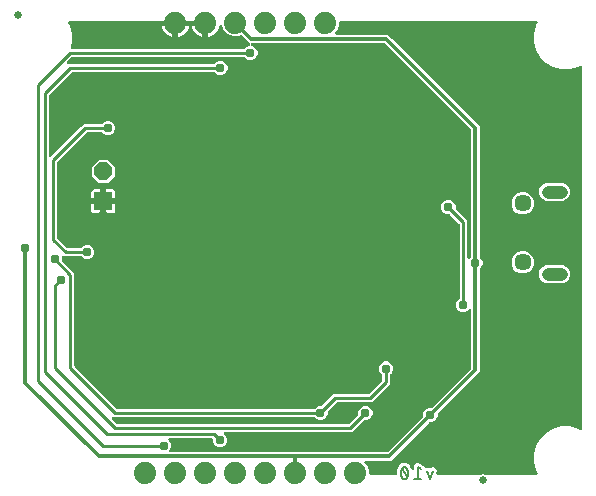
<source format=gbr>
G04 EAGLE Gerber RS-274X export*
G75*
%MOMM*%
%FSLAX34Y34*%
%LPD*%
%INBottom Copper*%
%IPPOS*%
%AMOC8*
5,1,8,0,0,1.08239X$1,22.5*%
G01*
%ADD10C,0.203200*%
%ADD11C,0.635000*%
%ADD12C,1.879600*%
%ADD13C,1.450000*%
%ADD14C,1.108000*%
%ADD15R,1.524000X1.524000*%
%ADD16P,1.649562X8X202.500000*%
%ADD17C,0.304800*%
%ADD18C,0.787400*%
%ADD19C,0.756400*%
%ADD20C,0.254000*%

G36*
X483747Y411239D02*
X483747Y411239D01*
X483846Y411242D01*
X483904Y411259D01*
X483965Y411267D01*
X484057Y411303D01*
X484152Y411331D01*
X484204Y411361D01*
X484260Y411384D01*
X484340Y411442D01*
X484426Y411492D01*
X484501Y411558D01*
X484518Y411570D01*
X484525Y411580D01*
X484547Y411598D01*
X514359Y441410D01*
X514419Y441489D01*
X514487Y441561D01*
X514516Y441614D01*
X514553Y441662D01*
X514593Y441753D01*
X514641Y441839D01*
X514656Y441898D01*
X514680Y441954D01*
X514695Y442052D01*
X514720Y442147D01*
X514726Y442247D01*
X514730Y442268D01*
X514728Y442280D01*
X514730Y442308D01*
X514730Y443909D01*
X515639Y446104D01*
X517318Y447783D01*
X519513Y448692D01*
X521114Y448692D01*
X521212Y448704D01*
X521311Y448707D01*
X521369Y448724D01*
X521430Y448732D01*
X521522Y448768D01*
X521617Y448796D01*
X521669Y448826D01*
X521725Y448849D01*
X521805Y448907D01*
X521891Y448957D01*
X521966Y449023D01*
X521983Y449035D01*
X521990Y449045D01*
X522012Y449063D01*
X554872Y481923D01*
X554932Y482002D01*
X555000Y482074D01*
X555029Y482127D01*
X555066Y482175D01*
X555106Y482266D01*
X555154Y482352D01*
X555169Y482411D01*
X555193Y482467D01*
X555208Y482565D01*
X555233Y482660D01*
X555239Y482760D01*
X555243Y482781D01*
X555241Y482793D01*
X555243Y482821D01*
X555243Y531037D01*
X555226Y531175D01*
X555213Y531313D01*
X555206Y531332D01*
X555203Y531352D01*
X555152Y531481D01*
X555105Y531612D01*
X555094Y531629D01*
X555086Y531648D01*
X555005Y531760D01*
X554927Y531875D01*
X554911Y531889D01*
X554900Y531905D01*
X554792Y531994D01*
X554688Y532086D01*
X554670Y532095D01*
X554655Y532108D01*
X554529Y532167D01*
X554405Y532230D01*
X554385Y532235D01*
X554367Y532243D01*
X554230Y532270D01*
X554095Y532300D01*
X554074Y532299D01*
X554055Y532303D01*
X553916Y532295D01*
X553777Y532290D01*
X553757Y532285D01*
X553737Y532284D01*
X553605Y532241D01*
X553471Y532202D01*
X553454Y532192D01*
X553435Y532185D01*
X553317Y532111D01*
X553197Y532040D01*
X553176Y532022D01*
X553166Y532015D01*
X553152Y532000D01*
X553077Y531934D01*
X552022Y530879D01*
X549827Y529970D01*
X547453Y529970D01*
X545258Y530879D01*
X543579Y532558D01*
X542670Y534753D01*
X542670Y537127D01*
X543579Y539322D01*
X544966Y540708D01*
X545026Y540786D01*
X545094Y540858D01*
X545123Y540911D01*
X545160Y540959D01*
X545200Y541050D01*
X545248Y541137D01*
X545263Y541195D01*
X545287Y541251D01*
X545302Y541349D01*
X545327Y541445D01*
X545333Y541545D01*
X545337Y541565D01*
X545335Y541577D01*
X545337Y541605D01*
X545337Y603896D01*
X545325Y603994D01*
X545322Y604093D01*
X545305Y604152D01*
X545297Y604212D01*
X545261Y604304D01*
X545233Y604399D01*
X545203Y604451D01*
X545180Y604507D01*
X545122Y604587D01*
X545072Y604673D01*
X545006Y604748D01*
X544994Y604765D01*
X544984Y604773D01*
X544966Y604794D01*
X537611Y612149D01*
X537532Y612209D01*
X537460Y612277D01*
X537407Y612306D01*
X537359Y612343D01*
X537268Y612383D01*
X537182Y612431D01*
X537123Y612446D01*
X537068Y612470D01*
X536970Y612485D01*
X536874Y612510D01*
X536774Y612516D01*
X536753Y612520D01*
X536741Y612518D01*
X536713Y612520D01*
X534753Y612520D01*
X532558Y613429D01*
X530879Y615108D01*
X529970Y617303D01*
X529970Y619677D01*
X530879Y621872D01*
X532558Y623551D01*
X534753Y624460D01*
X537127Y624460D01*
X539322Y623551D01*
X541001Y621872D01*
X541910Y619677D01*
X541910Y617717D01*
X541922Y617619D01*
X541925Y617520D01*
X541942Y617461D01*
X541950Y617401D01*
X541986Y617309D01*
X542014Y617214D01*
X542044Y617162D01*
X542067Y617106D01*
X542125Y617026D01*
X542175Y616940D01*
X542241Y616865D01*
X542253Y616848D01*
X542263Y616840D01*
X542281Y616819D01*
X551943Y607158D01*
X551943Y576149D01*
X551960Y576011D01*
X551973Y575873D01*
X551980Y575854D01*
X551983Y575834D01*
X552034Y575704D01*
X552081Y575574D01*
X552092Y575557D01*
X552100Y575538D01*
X552181Y575426D01*
X552259Y575311D01*
X552275Y575297D01*
X552286Y575281D01*
X552394Y575192D01*
X552498Y575100D01*
X552516Y575091D01*
X552531Y575078D01*
X552657Y575019D01*
X552781Y574956D01*
X552801Y574951D01*
X552819Y574943D01*
X552956Y574916D01*
X553091Y574886D01*
X553112Y574887D01*
X553131Y574883D01*
X553270Y574891D01*
X553409Y574896D01*
X553429Y574901D01*
X553449Y574902D01*
X553581Y574945D01*
X553715Y574984D01*
X553732Y574994D01*
X553751Y575001D01*
X553869Y575075D01*
X553989Y575146D01*
X554010Y575164D01*
X554020Y575171D01*
X554034Y575186D01*
X554109Y575252D01*
X554872Y576014D01*
X554932Y576092D01*
X555000Y576164D01*
X555029Y576217D01*
X555066Y576265D01*
X555106Y576356D01*
X555154Y576443D01*
X555169Y576502D01*
X555193Y576557D01*
X555208Y576655D01*
X555233Y576751D01*
X555239Y576851D01*
X555243Y576871D01*
X555241Y576883D01*
X555243Y576911D01*
X555243Y683801D01*
X555231Y683899D01*
X555228Y683998D01*
X555211Y684056D01*
X555203Y684117D01*
X555167Y684209D01*
X555139Y684304D01*
X555109Y684356D01*
X555086Y684412D01*
X555028Y684492D01*
X554978Y684578D01*
X554912Y684653D01*
X554900Y684670D01*
X554890Y684677D01*
X554872Y684699D01*
X482261Y757310D01*
X482182Y757370D01*
X482110Y757438D01*
X482057Y757467D01*
X482009Y757504D01*
X481918Y757544D01*
X481832Y757592D01*
X481773Y757607D01*
X481717Y757631D01*
X481619Y757646D01*
X481524Y757671D01*
X481424Y757677D01*
X481403Y757681D01*
X481391Y757679D01*
X481363Y757681D01*
X370046Y757681D01*
X369977Y757673D01*
X369907Y757674D01*
X369820Y757653D01*
X369731Y757641D01*
X369666Y757616D01*
X369598Y757599D01*
X369519Y757557D01*
X369435Y757524D01*
X369379Y757483D01*
X369317Y757451D01*
X369251Y757390D01*
X369178Y757338D01*
X369133Y757284D01*
X369082Y757237D01*
X369032Y757162D01*
X368975Y757093D01*
X368945Y757029D01*
X368907Y756971D01*
X368878Y756886D01*
X368839Y756805D01*
X368826Y756736D01*
X368804Y756670D01*
X368797Y756581D01*
X368780Y756493D01*
X368784Y756423D01*
X368778Y756353D01*
X368794Y756265D01*
X368799Y756175D01*
X368821Y756109D01*
X368833Y756040D01*
X368870Y755958D01*
X368897Y755873D01*
X368935Y755814D01*
X368963Y755750D01*
X369020Y755680D01*
X369068Y755604D01*
X369118Y755556D01*
X369162Y755502D01*
X369234Y755447D01*
X369299Y755386D01*
X369360Y755352D01*
X369416Y755310D01*
X369561Y755239D01*
X371682Y754361D01*
X373361Y752682D01*
X374270Y750487D01*
X374270Y748113D01*
X373361Y745918D01*
X371682Y744239D01*
X369487Y743330D01*
X367113Y743330D01*
X364918Y744239D01*
X363532Y745626D01*
X363454Y745686D01*
X363382Y745754D01*
X363329Y745783D01*
X363281Y745820D01*
X363190Y745860D01*
X363103Y745908D01*
X363045Y745923D01*
X362989Y745947D01*
X362891Y745962D01*
X362795Y745987D01*
X362695Y745993D01*
X362675Y745997D01*
X362663Y745995D01*
X362635Y745997D01*
X217794Y745997D01*
X217696Y745985D01*
X217597Y745982D01*
X217538Y745965D01*
X217478Y745957D01*
X217386Y745921D01*
X217291Y745893D01*
X217239Y745863D01*
X217183Y745840D01*
X217103Y745782D01*
X217017Y745732D01*
X216942Y745666D01*
X216925Y745654D01*
X216917Y745644D01*
X216896Y745626D01*
X213340Y742069D01*
X213255Y741960D01*
X213166Y741853D01*
X213158Y741834D01*
X213145Y741818D01*
X213090Y741690D01*
X213031Y741565D01*
X213027Y741545D01*
X213019Y741526D01*
X212997Y741388D01*
X212971Y741252D01*
X212972Y741232D01*
X212969Y741212D01*
X212982Y741073D01*
X212991Y740935D01*
X212997Y740916D01*
X212999Y740896D01*
X213046Y740764D01*
X213089Y740633D01*
X213100Y740615D01*
X213107Y740596D01*
X213185Y740481D01*
X213259Y740364D01*
X213274Y740350D01*
X213285Y740333D01*
X213389Y740241D01*
X213491Y740146D01*
X213508Y740136D01*
X213524Y740123D01*
X213648Y740059D01*
X213769Y739992D01*
X213789Y739987D01*
X213807Y739978D01*
X213943Y739948D01*
X214077Y739913D01*
X214105Y739911D01*
X214117Y739908D01*
X214138Y739909D01*
X214238Y739903D01*
X337235Y739903D01*
X337333Y739915D01*
X337432Y739918D01*
X337490Y739935D01*
X337550Y739943D01*
X337642Y739979D01*
X337737Y740007D01*
X337789Y740037D01*
X337846Y740060D01*
X337926Y740118D01*
X338011Y740168D01*
X338087Y740234D01*
X338103Y740246D01*
X338111Y740256D01*
X338132Y740274D01*
X339518Y741661D01*
X341713Y742570D01*
X344087Y742570D01*
X346282Y741661D01*
X347961Y739982D01*
X348870Y737787D01*
X348870Y735413D01*
X347961Y733218D01*
X346282Y731539D01*
X344087Y730630D01*
X341713Y730630D01*
X339518Y731539D01*
X338132Y732926D01*
X338054Y732986D01*
X337982Y733054D01*
X337929Y733083D01*
X337881Y733120D01*
X337790Y733160D01*
X337703Y733208D01*
X337645Y733223D01*
X337589Y733247D01*
X337491Y733262D01*
X337395Y733287D01*
X337295Y733293D01*
X337275Y733297D01*
X337263Y733295D01*
X337235Y733297D01*
X217794Y733297D01*
X217696Y733285D01*
X217597Y733282D01*
X217538Y733265D01*
X217478Y733257D01*
X217386Y733221D01*
X217291Y733193D01*
X217239Y733163D01*
X217183Y733140D01*
X217103Y733082D01*
X217017Y733032D01*
X216942Y732966D01*
X216925Y732954D01*
X216917Y732944D01*
X216896Y732926D01*
X197984Y714014D01*
X197924Y713935D01*
X197856Y713863D01*
X197827Y713810D01*
X197790Y713762D01*
X197750Y713671D01*
X197702Y713585D01*
X197687Y713526D01*
X197663Y713471D01*
X197648Y713373D01*
X197623Y713277D01*
X197617Y713177D01*
X197613Y713156D01*
X197615Y713144D01*
X197613Y713116D01*
X197613Y662548D01*
X197630Y662410D01*
X197643Y662271D01*
X197650Y662252D01*
X197653Y662232D01*
X197704Y662103D01*
X197751Y661972D01*
X197762Y661955D01*
X197770Y661937D01*
X197851Y661824D01*
X197929Y661709D01*
X197945Y661696D01*
X197956Y661679D01*
X198064Y661591D01*
X198168Y661498D01*
X198186Y661489D01*
X198201Y661476D01*
X198327Y661417D01*
X198451Y661354D01*
X198471Y661349D01*
X198489Y661341D01*
X198625Y661315D01*
X198761Y661284D01*
X198782Y661285D01*
X198801Y661281D01*
X198940Y661290D01*
X199079Y661294D01*
X199099Y661300D01*
X199119Y661301D01*
X199251Y661344D01*
X199385Y661382D01*
X199402Y661393D01*
X199421Y661399D01*
X199539Y661473D01*
X199659Y661544D01*
X199680Y661562D01*
X199690Y661569D01*
X199704Y661584D01*
X199779Y661650D01*
X224926Y686796D01*
X227232Y689103D01*
X241985Y689103D01*
X242083Y689115D01*
X242182Y689118D01*
X242240Y689135D01*
X242300Y689143D01*
X242392Y689179D01*
X242487Y689207D01*
X242540Y689237D01*
X242596Y689260D01*
X242676Y689318D01*
X242761Y689368D01*
X242837Y689434D01*
X242853Y689446D01*
X242861Y689456D01*
X242882Y689474D01*
X244268Y690861D01*
X246463Y691770D01*
X248837Y691770D01*
X251032Y690861D01*
X252711Y689182D01*
X253620Y686987D01*
X253620Y684613D01*
X252711Y682418D01*
X251032Y680739D01*
X248837Y679830D01*
X246463Y679830D01*
X244268Y680739D01*
X242882Y682126D01*
X242804Y682186D01*
X242732Y682254D01*
X242679Y682283D01*
X242631Y682320D01*
X242540Y682360D01*
X242453Y682408D01*
X242395Y682423D01*
X242339Y682447D01*
X242241Y682462D01*
X242145Y682487D01*
X242045Y682493D01*
X242025Y682497D01*
X242013Y682495D01*
X241985Y682497D01*
X230494Y682497D01*
X230396Y682485D01*
X230297Y682482D01*
X230238Y682465D01*
X230178Y682457D01*
X230086Y682421D01*
X229991Y682393D01*
X229939Y682363D01*
X229883Y682340D01*
X229803Y682282D01*
X229717Y682232D01*
X229642Y682166D01*
X229625Y682154D01*
X229617Y682144D01*
X229596Y682126D01*
X204842Y657372D01*
X204782Y657293D01*
X204714Y657221D01*
X204685Y657168D01*
X204648Y657120D01*
X204608Y657029D01*
X204560Y656943D01*
X204545Y656884D01*
X204521Y656829D01*
X204506Y656731D01*
X204481Y656635D01*
X204475Y656535D01*
X204471Y656514D01*
X204473Y656502D01*
X204471Y656474D01*
X204471Y593206D01*
X204483Y593108D01*
X204486Y593009D01*
X204503Y592950D01*
X204511Y592890D01*
X204547Y592798D01*
X204575Y592703D01*
X204605Y592651D01*
X204628Y592595D01*
X204686Y592515D01*
X204736Y592429D01*
X204802Y592354D01*
X204814Y592337D01*
X204824Y592329D01*
X204842Y592308D01*
X212832Y584318D01*
X212911Y584258D01*
X212983Y584190D01*
X213036Y584161D01*
X213084Y584124D01*
X213175Y584084D01*
X213261Y584036D01*
X213320Y584021D01*
X213375Y583997D01*
X213473Y583982D01*
X213569Y583957D01*
X213669Y583951D01*
X213690Y583947D01*
X213702Y583949D01*
X213730Y583947D01*
X224459Y583947D01*
X224557Y583959D01*
X224656Y583962D01*
X224714Y583979D01*
X224774Y583987D01*
X224866Y584023D01*
X224961Y584051D01*
X225013Y584081D01*
X225070Y584104D01*
X225150Y584162D01*
X225235Y584212D01*
X225311Y584278D01*
X225327Y584290D01*
X225335Y584300D01*
X225356Y584318D01*
X226742Y585705D01*
X228937Y586614D01*
X231311Y586614D01*
X233506Y585705D01*
X235185Y584026D01*
X236094Y581831D01*
X236094Y579457D01*
X235185Y577262D01*
X233506Y575583D01*
X231311Y574674D01*
X228937Y574674D01*
X226742Y575583D01*
X225356Y576970D01*
X225278Y577030D01*
X225206Y577098D01*
X225153Y577127D01*
X225105Y577164D01*
X225014Y577204D01*
X224927Y577252D01*
X224869Y577267D01*
X224813Y577291D01*
X224715Y577306D01*
X224619Y577331D01*
X224519Y577337D01*
X224499Y577341D01*
X224487Y577339D01*
X224459Y577341D01*
X210439Y577341D01*
X210358Y577409D01*
X210339Y577417D01*
X210323Y577430D01*
X210196Y577485D01*
X210070Y577544D01*
X210050Y577548D01*
X210031Y577556D01*
X209894Y577578D01*
X209757Y577604D01*
X209737Y577603D01*
X209717Y577606D01*
X209579Y577593D01*
X209440Y577584D01*
X209421Y577578D01*
X209401Y577576D01*
X209270Y577529D01*
X209138Y577486D01*
X209120Y577475D01*
X209101Y577469D01*
X208986Y577390D01*
X208869Y577316D01*
X208855Y577301D01*
X208838Y577290D01*
X208746Y577186D01*
X208651Y577084D01*
X208641Y577067D01*
X208628Y577052D01*
X208565Y576928D01*
X208497Y576806D01*
X208492Y576786D01*
X208483Y576768D01*
X208453Y576633D01*
X208418Y576498D01*
X208416Y576470D01*
X208413Y576458D01*
X208414Y576437D01*
X208408Y576337D01*
X208408Y574283D01*
X208420Y574185D01*
X208423Y574086D01*
X208440Y574027D01*
X208448Y573967D01*
X208484Y573875D01*
X208512Y573780D01*
X208542Y573728D01*
X208565Y573672D01*
X208623Y573592D01*
X208673Y573506D01*
X208739Y573431D01*
X208751Y573414D01*
X208761Y573406D01*
X208779Y573385D01*
X219203Y562962D01*
X219203Y484494D01*
X219215Y484396D01*
X219218Y484297D01*
X219235Y484238D01*
X219243Y484178D01*
X219279Y484086D01*
X219307Y483991D01*
X219337Y483939D01*
X219360Y483883D01*
X219418Y483803D01*
X219468Y483717D01*
X219534Y483642D01*
X219546Y483625D01*
X219556Y483617D01*
X219574Y483596D01*
X254996Y448174D01*
X255075Y448114D01*
X255147Y448046D01*
X255200Y448017D01*
X255248Y447980D01*
X255339Y447940D01*
X255425Y447892D01*
X255484Y447877D01*
X255539Y447853D01*
X255637Y447838D01*
X255733Y447813D01*
X255833Y447807D01*
X255854Y447803D01*
X255866Y447805D01*
X255894Y447803D01*
X421935Y447803D01*
X422033Y447815D01*
X422132Y447818D01*
X422190Y447835D01*
X422250Y447843D01*
X422342Y447879D01*
X422437Y447907D01*
X422489Y447937D01*
X422546Y447960D01*
X422626Y448018D01*
X422711Y448068D01*
X422787Y448134D01*
X422803Y448146D01*
X422811Y448156D01*
X422832Y448174D01*
X424218Y449561D01*
X426413Y450470D01*
X428373Y450470D01*
X428471Y450482D01*
X428570Y450485D01*
X428629Y450502D01*
X428689Y450510D01*
X428781Y450546D01*
X428876Y450574D01*
X428928Y450604D01*
X428984Y450627D01*
X429064Y450685D01*
X429150Y450735D01*
X429225Y450801D01*
X429242Y450813D01*
X429250Y450823D01*
X429271Y450841D01*
X438932Y460503D01*
X468006Y460503D01*
X468104Y460515D01*
X468203Y460518D01*
X468262Y460535D01*
X468322Y460543D01*
X468414Y460579D01*
X468509Y460607D01*
X468561Y460637D01*
X468617Y460660D01*
X468697Y460718D01*
X468783Y460768D01*
X468858Y460834D01*
X468875Y460846D01*
X468883Y460856D01*
X468904Y460874D01*
X479688Y471658D01*
X479748Y471737D01*
X479816Y471809D01*
X479845Y471862D01*
X479882Y471910D01*
X479922Y472001D01*
X479970Y472087D01*
X479985Y472146D01*
X480009Y472201D01*
X480024Y472299D01*
X480049Y472395D01*
X480055Y472495D01*
X480059Y472516D01*
X480057Y472528D01*
X480059Y472556D01*
X480059Y476427D01*
X480047Y476525D01*
X480044Y476624D01*
X480027Y476682D01*
X480019Y476742D01*
X479983Y476834D01*
X479955Y476929D01*
X479925Y476981D01*
X479902Y477038D01*
X479844Y477118D01*
X479794Y477203D01*
X479728Y477279D01*
X479716Y477295D01*
X479706Y477303D01*
X479688Y477324D01*
X478301Y478710D01*
X477392Y480905D01*
X477392Y483279D01*
X478301Y485474D01*
X479980Y487153D01*
X482175Y488062D01*
X484549Y488062D01*
X486744Y487153D01*
X488423Y485474D01*
X489332Y483279D01*
X489332Y480905D01*
X488423Y478710D01*
X487036Y477324D01*
X486976Y477246D01*
X486908Y477174D01*
X486879Y477121D01*
X486842Y477073D01*
X486802Y476982D01*
X486754Y476895D01*
X486739Y476837D01*
X486715Y476781D01*
X486700Y476683D01*
X486675Y476587D01*
X486669Y476487D01*
X486665Y476467D01*
X486667Y476455D01*
X486665Y476427D01*
X486665Y469294D01*
X471268Y453897D01*
X442194Y453897D01*
X442096Y453885D01*
X441997Y453882D01*
X441938Y453865D01*
X441878Y453857D01*
X441786Y453821D01*
X441691Y453793D01*
X441639Y453763D01*
X441583Y453740D01*
X441503Y453682D01*
X441417Y453632D01*
X441342Y453566D01*
X441325Y453554D01*
X441317Y453544D01*
X441296Y453526D01*
X433941Y446171D01*
X433881Y446092D01*
X433813Y446020D01*
X433784Y445967D01*
X433747Y445919D01*
X433707Y445828D01*
X433659Y445742D01*
X433644Y445683D01*
X433620Y445628D01*
X433605Y445530D01*
X433580Y445434D01*
X433574Y445334D01*
X433570Y445313D01*
X433572Y445301D01*
X433570Y445273D01*
X433570Y443313D01*
X432661Y441118D01*
X430982Y439439D01*
X428787Y438530D01*
X426413Y438530D01*
X424218Y439439D01*
X422832Y440826D01*
X422754Y440886D01*
X422682Y440954D01*
X422629Y440983D01*
X422581Y441020D01*
X422490Y441060D01*
X422403Y441108D01*
X422345Y441123D01*
X422289Y441147D01*
X422191Y441162D01*
X422095Y441187D01*
X421995Y441193D01*
X421975Y441197D01*
X421963Y441195D01*
X421935Y441197D01*
X252338Y441197D01*
X252200Y441180D01*
X252061Y441167D01*
X252042Y441160D01*
X252022Y441157D01*
X251893Y441106D01*
X251762Y441059D01*
X251745Y441048D01*
X251727Y441040D01*
X251614Y440959D01*
X251499Y440881D01*
X251486Y440865D01*
X251469Y440854D01*
X251380Y440746D01*
X251288Y440642D01*
X251279Y440624D01*
X251266Y440609D01*
X251207Y440483D01*
X251144Y440359D01*
X251139Y440339D01*
X251131Y440321D01*
X251105Y440185D01*
X251074Y440049D01*
X251075Y440028D01*
X251071Y440009D01*
X251080Y439870D01*
X251084Y439731D01*
X251090Y439711D01*
X251091Y439691D01*
X251134Y439559D01*
X251172Y439425D01*
X251183Y439408D01*
X251189Y439389D01*
X251263Y439271D01*
X251334Y439151D01*
X251352Y439130D01*
X251359Y439120D01*
X251374Y439106D01*
X251440Y439031D01*
X254996Y435474D01*
X255075Y435414D01*
X255147Y435346D01*
X255200Y435317D01*
X255248Y435280D01*
X255339Y435240D01*
X255425Y435192D01*
X255484Y435177D01*
X255539Y435153D01*
X255637Y435138D01*
X255733Y435113D01*
X255833Y435107D01*
X255854Y435103D01*
X255866Y435105D01*
X255894Y435103D01*
X451106Y435103D01*
X451204Y435115D01*
X451303Y435118D01*
X451362Y435135D01*
X451422Y435143D01*
X451514Y435179D01*
X451609Y435207D01*
X451661Y435237D01*
X451717Y435260D01*
X451797Y435318D01*
X451883Y435368D01*
X451958Y435434D01*
X451975Y435446D01*
X451983Y435456D01*
X452004Y435474D01*
X459359Y442829D01*
X459419Y442908D01*
X459487Y442980D01*
X459516Y443033D01*
X459553Y443081D01*
X459593Y443172D01*
X459641Y443258D01*
X459656Y443317D01*
X459680Y443372D01*
X459695Y443470D01*
X459720Y443566D01*
X459726Y443666D01*
X459730Y443687D01*
X459728Y443699D01*
X459730Y443727D01*
X459730Y445687D01*
X460639Y447882D01*
X462318Y449561D01*
X464513Y450470D01*
X466887Y450470D01*
X469082Y449561D01*
X470761Y447882D01*
X471670Y445687D01*
X471670Y443313D01*
X470761Y441118D01*
X469082Y439439D01*
X466887Y438530D01*
X464927Y438530D01*
X464829Y438518D01*
X464730Y438515D01*
X464671Y438498D01*
X464611Y438490D01*
X464519Y438454D01*
X464424Y438426D01*
X464372Y438396D01*
X464316Y438373D01*
X464236Y438315D01*
X464150Y438265D01*
X464075Y438199D01*
X464058Y438187D01*
X464050Y438177D01*
X464029Y438159D01*
X454368Y428497D01*
X347041Y428497D01*
X346904Y428480D01*
X346765Y428467D01*
X346746Y428460D01*
X346726Y428457D01*
X346597Y428406D01*
X346466Y428359D01*
X346449Y428348D01*
X346430Y428340D01*
X346318Y428259D01*
X346203Y428181D01*
X346189Y428165D01*
X346173Y428154D01*
X346084Y428046D01*
X345992Y427942D01*
X345983Y427924D01*
X345970Y427909D01*
X345911Y427783D01*
X345848Y427659D01*
X345843Y427639D01*
X345835Y427621D01*
X345808Y427484D01*
X345778Y427349D01*
X345779Y427328D01*
X345775Y427309D01*
X345783Y427170D01*
X345788Y427031D01*
X345793Y427011D01*
X345794Y426991D01*
X345837Y426859D01*
X345876Y426725D01*
X345886Y426708D01*
X345893Y426689D01*
X345967Y426571D01*
X346038Y426451D01*
X346056Y426430D01*
X346063Y426420D01*
X346078Y426406D01*
X346144Y426331D01*
X347707Y424768D01*
X348616Y422573D01*
X348616Y420199D01*
X347707Y418004D01*
X346028Y416325D01*
X343833Y415416D01*
X341459Y415416D01*
X339264Y416325D01*
X337585Y418004D01*
X336676Y420199D01*
X336676Y421894D01*
X336661Y422012D01*
X336654Y422131D01*
X336641Y422169D01*
X336636Y422210D01*
X336593Y422320D01*
X336556Y422433D01*
X336534Y422468D01*
X336519Y422505D01*
X336450Y422601D01*
X336386Y422702D01*
X336356Y422730D01*
X336333Y422763D01*
X336241Y422839D01*
X336154Y422920D01*
X336119Y422940D01*
X336088Y422965D01*
X335980Y423016D01*
X335876Y423074D01*
X335836Y423084D01*
X335800Y423101D01*
X335683Y423123D01*
X335568Y423153D01*
X335508Y423157D01*
X335488Y423161D01*
X335467Y423159D01*
X335407Y423163D01*
X300051Y423163D01*
X299913Y423146D01*
X299775Y423133D01*
X299756Y423126D01*
X299736Y423123D01*
X299607Y423072D01*
X299476Y423025D01*
X299459Y423014D01*
X299440Y423006D01*
X299328Y422925D01*
X299213Y422847D01*
X299199Y422831D01*
X299183Y422820D01*
X299094Y422712D01*
X299002Y422608D01*
X298993Y422590D01*
X298980Y422575D01*
X298921Y422449D01*
X298858Y422325D01*
X298853Y422305D01*
X298845Y422287D01*
X298818Y422150D01*
X298788Y422015D01*
X298789Y421994D01*
X298785Y421975D01*
X298793Y421836D01*
X298798Y421697D01*
X298803Y421677D01*
X298804Y421657D01*
X298847Y421525D01*
X298886Y421391D01*
X298896Y421374D01*
X298903Y421355D01*
X298977Y421237D01*
X299048Y421117D01*
X299066Y421096D01*
X299073Y421086D01*
X299088Y421072D01*
X299154Y420997D01*
X299955Y420196D01*
X300864Y418001D01*
X300864Y415627D01*
X299955Y413433D01*
X299916Y413394D01*
X299831Y413284D01*
X299742Y413177D01*
X299733Y413158D01*
X299721Y413142D01*
X299666Y413015D01*
X299607Y412889D01*
X299603Y412869D01*
X299595Y412850D01*
X299573Y412713D01*
X299547Y412576D01*
X299548Y412556D01*
X299545Y412536D01*
X299558Y412398D01*
X299566Y412259D01*
X299573Y412240D01*
X299575Y412220D01*
X299622Y412089D01*
X299665Y411957D01*
X299675Y411939D01*
X299682Y411920D01*
X299760Y411806D01*
X299835Y411688D01*
X299849Y411674D01*
X299861Y411657D01*
X299965Y411566D01*
X300066Y411470D01*
X300084Y411460D01*
X300099Y411447D01*
X300223Y411384D01*
X300345Y411316D01*
X300364Y411311D01*
X300382Y411302D01*
X300518Y411272D01*
X300653Y411237D01*
X300681Y411235D01*
X300693Y411232D01*
X300713Y411233D01*
X300813Y411227D01*
X483649Y411227D01*
X483747Y411239D01*
G37*
G36*
X491545Y392192D02*
X491545Y392192D01*
X491663Y392199D01*
X491702Y392212D01*
X491742Y392217D01*
X491853Y392260D01*
X491966Y392297D01*
X492000Y392319D01*
X492038Y392334D01*
X492134Y392403D01*
X492235Y392467D01*
X492262Y392497D01*
X492295Y392520D01*
X492371Y392612D01*
X492453Y392699D01*
X492472Y392734D01*
X492498Y392765D01*
X492549Y392873D01*
X492606Y392977D01*
X492616Y393017D01*
X492633Y393053D01*
X492656Y393170D01*
X492686Y393285D01*
X492689Y393345D01*
X492693Y393365D01*
X492692Y393386D01*
X492696Y393446D01*
X492696Y396432D01*
X493310Y397691D01*
X493354Y397821D01*
X493402Y397949D01*
X493408Y397980D01*
X493412Y397992D01*
X493414Y398013D01*
X493430Y398107D01*
X493447Y398257D01*
X493524Y398336D01*
X493612Y398416D01*
X493634Y398450D01*
X493662Y398479D01*
X493721Y398582D01*
X493787Y398681D01*
X493810Y398737D01*
X493820Y398755D01*
X493826Y398774D01*
X493849Y398830D01*
X494294Y400130D01*
X497028Y402083D01*
X500388Y402083D01*
X503121Y400130D01*
X503580Y398793D01*
X503582Y398789D01*
X503639Y398649D01*
X504679Y396516D01*
X504696Y396490D01*
X504707Y396461D01*
X504783Y396358D01*
X504853Y396250D01*
X504876Y396229D01*
X504894Y396204D01*
X504993Y396122D01*
X505088Y396036D01*
X505115Y396021D01*
X505139Y396001D01*
X505255Y395946D01*
X505369Y395886D01*
X505399Y395879D01*
X505427Y395866D01*
X505553Y395841D01*
X505678Y395811D01*
X505709Y395812D01*
X505739Y395806D01*
X505867Y395814D01*
X505996Y395815D01*
X506026Y395824D01*
X506057Y395826D01*
X506179Y395865D01*
X506303Y395899D01*
X506330Y395914D01*
X506359Y395924D01*
X506468Y395992D01*
X506579Y396055D01*
X506602Y396077D01*
X506628Y396094D01*
X506716Y396187D01*
X506808Y396276D01*
X506825Y396303D01*
X506846Y396325D01*
X506908Y396438D01*
X506975Y396547D01*
X506984Y396577D01*
X506999Y396604D01*
X507031Y396728D01*
X507070Y396850D01*
X507071Y396882D01*
X507079Y396912D01*
X507089Y397072D01*
X507089Y398795D01*
X507087Y398809D01*
X507081Y398935D01*
X506963Y400004D01*
X506977Y400027D01*
X506985Y400055D01*
X506999Y400080D01*
X507032Y400206D01*
X507047Y400255D01*
X507813Y401021D01*
X507822Y401032D01*
X507907Y401125D01*
X508578Y401965D01*
X508605Y401971D01*
X508631Y401985D01*
X508658Y401993D01*
X508771Y402059D01*
X508815Y402083D01*
X509899Y402083D01*
X509913Y402085D01*
X510039Y402090D01*
X511107Y402209D01*
X511131Y402195D01*
X511159Y402186D01*
X511184Y402172D01*
X511310Y402140D01*
X511358Y402125D01*
X512125Y401359D01*
X512136Y401350D01*
X512229Y401265D01*
X515674Y398509D01*
X515737Y398471D01*
X515794Y398424D01*
X515872Y398388D01*
X515945Y398343D01*
X516016Y398322D01*
X516083Y398291D01*
X516167Y398275D01*
X516249Y398250D01*
X516323Y398247D01*
X516395Y398233D01*
X516481Y398239D01*
X516567Y398235D01*
X516639Y398250D01*
X516713Y398255D01*
X516868Y398296D01*
X518288Y398770D01*
X519857Y397985D01*
X519885Y397975D01*
X519911Y397960D01*
X520035Y397922D01*
X520157Y397880D01*
X520187Y397877D01*
X520215Y397868D01*
X520345Y397863D01*
X520474Y397852D01*
X520503Y397857D01*
X520533Y397856D01*
X520660Y397883D01*
X520788Y397904D01*
X520815Y397916D01*
X520844Y397922D01*
X520992Y397985D01*
X522562Y398770D01*
X524958Y397971D01*
X526087Y395712D01*
X525466Y393847D01*
X525465Y393843D01*
X525463Y393839D01*
X525434Y393689D01*
X525404Y393535D01*
X525404Y393531D01*
X525403Y393526D01*
X525412Y393374D01*
X525421Y393218D01*
X525422Y393214D01*
X525423Y393209D01*
X525470Y393063D01*
X525517Y392915D01*
X525519Y392911D01*
X525521Y392907D01*
X525603Y392776D01*
X525685Y392645D01*
X525689Y392642D01*
X525691Y392638D01*
X525803Y392532D01*
X525915Y392425D01*
X525919Y392423D01*
X525923Y392420D01*
X526057Y392346D01*
X526193Y392270D01*
X526197Y392269D01*
X526201Y392266D01*
X526349Y392228D01*
X526500Y392188D01*
X526505Y392188D01*
X526509Y392187D01*
X526670Y392177D01*
X562942Y392177D01*
X562951Y392178D01*
X562960Y392177D01*
X563109Y392198D01*
X563257Y392217D01*
X563266Y392220D01*
X563275Y392221D01*
X563428Y392273D01*
X564114Y392558D01*
X566186Y392558D01*
X566872Y392273D01*
X566881Y392271D01*
X566890Y392266D01*
X567035Y392229D01*
X567179Y392189D01*
X567188Y392189D01*
X567197Y392187D01*
X567358Y392177D01*
X610217Y392177D01*
X610348Y392193D01*
X610480Y392204D01*
X610505Y392213D01*
X610532Y392217D01*
X610655Y392265D01*
X610780Y392309D01*
X610803Y392324D01*
X610828Y392334D01*
X610935Y392411D01*
X611045Y392485D01*
X611063Y392505D01*
X611085Y392520D01*
X611170Y392623D01*
X611258Y392721D01*
X611271Y392745D01*
X611288Y392765D01*
X611345Y392885D01*
X611406Y393002D01*
X611412Y393029D01*
X611424Y393053D01*
X611448Y393183D01*
X611479Y393312D01*
X611478Y393339D01*
X611483Y393365D01*
X611475Y393497D01*
X611473Y393630D01*
X611465Y393656D01*
X611464Y393683D01*
X611423Y393809D01*
X611387Y393936D01*
X611370Y393971D01*
X611366Y393985D01*
X611354Y394004D01*
X611316Y394081D01*
X610147Y396105D01*
X608329Y402889D01*
X608329Y409911D01*
X610147Y416695D01*
X613658Y422776D01*
X618624Y427742D01*
X624705Y431253D01*
X631489Y433071D01*
X638511Y433071D01*
X645295Y431253D01*
X647319Y430084D01*
X647442Y430033D01*
X647561Y429976D01*
X647588Y429971D01*
X647613Y429961D01*
X647744Y429941D01*
X647874Y429917D01*
X647900Y429918D01*
X647927Y429914D01*
X648059Y429928D01*
X648191Y429936D01*
X648217Y429945D01*
X648243Y429947D01*
X648368Y429994D01*
X648493Y430034D01*
X648516Y430049D01*
X648542Y430058D01*
X648650Y430134D01*
X648762Y430205D01*
X648781Y430224D01*
X648803Y430240D01*
X648889Y430339D01*
X648980Y430436D01*
X648993Y430460D01*
X649011Y430480D01*
X649070Y430599D01*
X649134Y430715D01*
X649140Y430741D01*
X649152Y430765D01*
X649180Y430895D01*
X649213Y431023D01*
X649215Y431061D01*
X649219Y431076D01*
X649218Y431098D01*
X649223Y431183D01*
X649223Y737217D01*
X649207Y737348D01*
X649196Y737480D01*
X649187Y737505D01*
X649183Y737532D01*
X649135Y737655D01*
X649091Y737780D01*
X649076Y737803D01*
X649066Y737828D01*
X648989Y737935D01*
X648915Y738045D01*
X648895Y738063D01*
X648880Y738085D01*
X648777Y738170D01*
X648679Y738258D01*
X648655Y738271D01*
X648635Y738288D01*
X648515Y738345D01*
X648398Y738406D01*
X648371Y738412D01*
X648347Y738424D01*
X648217Y738448D01*
X648088Y738479D01*
X648061Y738478D01*
X648035Y738483D01*
X647903Y738475D01*
X647770Y738473D01*
X647744Y738465D01*
X647717Y738464D01*
X647591Y738423D01*
X647464Y738387D01*
X647429Y738370D01*
X647415Y738366D01*
X647396Y738354D01*
X647319Y738316D01*
X645295Y737147D01*
X638511Y735329D01*
X631489Y735329D01*
X624705Y737147D01*
X618624Y740658D01*
X613658Y745624D01*
X610147Y751705D01*
X608329Y758489D01*
X608329Y765511D01*
X610147Y772295D01*
X611316Y774319D01*
X611367Y774442D01*
X611424Y774561D01*
X611429Y774588D01*
X611439Y774613D01*
X611459Y774744D01*
X611483Y774874D01*
X611482Y774900D01*
X611486Y774927D01*
X611472Y775059D01*
X611464Y775191D01*
X611455Y775217D01*
X611453Y775243D01*
X611406Y775368D01*
X611366Y775493D01*
X611351Y775516D01*
X611342Y775542D01*
X611266Y775650D01*
X611195Y775762D01*
X611176Y775781D01*
X611160Y775803D01*
X611061Y775889D01*
X610964Y775980D01*
X610940Y775993D01*
X610920Y776011D01*
X610801Y776070D01*
X610685Y776134D01*
X610659Y776140D01*
X610635Y776152D01*
X610505Y776180D01*
X610377Y776213D01*
X610339Y776215D01*
X610324Y776219D01*
X610302Y776218D01*
X610217Y776223D01*
X444500Y776223D01*
X444382Y776208D01*
X444263Y776201D01*
X444225Y776188D01*
X444184Y776183D01*
X444074Y776140D01*
X443961Y776103D01*
X443926Y776081D01*
X443889Y776066D01*
X443793Y775997D01*
X443692Y775933D01*
X443664Y775903D01*
X443631Y775880D01*
X443555Y775788D01*
X443474Y775701D01*
X443454Y775666D01*
X443429Y775635D01*
X443378Y775527D01*
X443320Y775423D01*
X443310Y775383D01*
X443293Y775347D01*
X443271Y775230D01*
X443241Y775115D01*
X443237Y775055D01*
X443233Y775035D01*
X443235Y775014D01*
X443231Y774954D01*
X443231Y772426D01*
X441491Y768225D01*
X440227Y766961D01*
X440142Y766852D01*
X440053Y766745D01*
X440044Y766726D01*
X440032Y766710D01*
X439977Y766583D01*
X439918Y766457D01*
X439914Y766437D01*
X439906Y766418D01*
X439884Y766280D01*
X439858Y766144D01*
X439859Y766124D01*
X439856Y766104D01*
X439869Y765965D01*
X439878Y765827D01*
X439884Y765808D01*
X439886Y765788D01*
X439933Y765656D01*
X439976Y765525D01*
X439986Y765507D01*
X439993Y765488D01*
X440071Y765373D01*
X440146Y765256D01*
X440160Y765242D01*
X440172Y765225D01*
X440276Y765133D01*
X440377Y765038D01*
X440395Y765028D01*
X440410Y765015D01*
X440534Y764951D01*
X440656Y764884D01*
X440675Y764879D01*
X440693Y764870D01*
X440829Y764840D01*
X440964Y764805D01*
X440992Y764803D01*
X441004Y764800D01*
X441024Y764801D01*
X441124Y764795D01*
X484835Y764795D01*
X487290Y762339D01*
X559901Y689728D01*
X559902Y689728D01*
X562357Y687273D01*
X562357Y576911D01*
X562369Y576813D01*
X562372Y576714D01*
X562389Y576656D01*
X562397Y576596D01*
X562433Y576504D01*
X562461Y576409D01*
X562491Y576357D01*
X562514Y576300D01*
X562572Y576220D01*
X562622Y576135D01*
X562688Y576059D01*
X562700Y576043D01*
X562710Y576035D01*
X562728Y576014D01*
X563861Y574882D01*
X564770Y572687D01*
X564770Y570313D01*
X563861Y568118D01*
X562728Y566986D01*
X562668Y566908D01*
X562600Y566836D01*
X562571Y566783D01*
X562534Y566735D01*
X562494Y566644D01*
X562446Y566557D01*
X562431Y566499D01*
X562407Y566443D01*
X562392Y566345D01*
X562367Y566249D01*
X562361Y566152D01*
X562359Y566144D01*
X562359Y566142D01*
X562357Y566129D01*
X562359Y566117D01*
X562357Y566089D01*
X562357Y479349D01*
X527041Y444034D01*
X526981Y443955D01*
X526913Y443883D01*
X526884Y443830D01*
X526847Y443782D01*
X526807Y443691D01*
X526759Y443605D01*
X526744Y443546D01*
X526720Y443490D01*
X526705Y443392D01*
X526680Y443297D01*
X526674Y443197D01*
X526670Y443176D01*
X526672Y443164D01*
X526670Y443136D01*
X526670Y441535D01*
X525761Y439340D01*
X524082Y437661D01*
X521887Y436752D01*
X520286Y436752D01*
X520188Y436740D01*
X520089Y436737D01*
X520031Y436720D01*
X519970Y436712D01*
X519878Y436676D01*
X519783Y436648D01*
X519731Y436618D01*
X519675Y436595D01*
X519595Y436537D01*
X519509Y436487D01*
X519434Y436421D01*
X519417Y436409D01*
X519410Y436399D01*
X519388Y436381D01*
X487121Y404113D01*
X466016Y404113D01*
X465879Y404096D01*
X465740Y404083D01*
X465721Y404076D01*
X465701Y404073D01*
X465572Y404022D01*
X465441Y403975D01*
X465424Y403964D01*
X465405Y403956D01*
X465293Y403875D01*
X465178Y403797D01*
X465164Y403781D01*
X465148Y403770D01*
X465059Y403662D01*
X464967Y403558D01*
X464958Y403540D01*
X464945Y403525D01*
X464886Y403399D01*
X464823Y403275D01*
X464818Y403255D01*
X464810Y403237D01*
X464783Y403100D01*
X464753Y402965D01*
X464754Y402944D01*
X464750Y402925D01*
X464758Y402786D01*
X464763Y402647D01*
X464768Y402627D01*
X464770Y402607D01*
X464812Y402475D01*
X464851Y402341D01*
X464861Y402324D01*
X464868Y402305D01*
X464942Y402187D01*
X465013Y402067D01*
X465031Y402046D01*
X465038Y402036D01*
X465053Y402022D01*
X465119Y401947D01*
X466891Y400175D01*
X468631Y395974D01*
X468631Y393446D01*
X468646Y393328D01*
X468653Y393209D01*
X468666Y393171D01*
X468671Y393130D01*
X468714Y393020D01*
X468751Y392907D01*
X468773Y392872D01*
X468788Y392835D01*
X468857Y392739D01*
X468921Y392638D01*
X468951Y392610D01*
X468974Y392577D01*
X469066Y392501D01*
X469153Y392420D01*
X469188Y392400D01*
X469219Y392375D01*
X469327Y392324D01*
X469431Y392266D01*
X469471Y392256D01*
X469507Y392239D01*
X469624Y392217D01*
X469739Y392187D01*
X469799Y392183D01*
X469819Y392179D01*
X469840Y392181D01*
X469900Y392177D01*
X491427Y392177D01*
X491545Y392192D01*
G37*
G36*
X362733Y752615D02*
X362733Y752615D01*
X362832Y752618D01*
X362890Y752635D01*
X362950Y752643D01*
X363042Y752679D01*
X363137Y752707D01*
X363190Y752737D01*
X363246Y752760D01*
X363326Y752818D01*
X363411Y752868D01*
X363487Y752934D01*
X363503Y752946D01*
X363511Y752956D01*
X363532Y752974D01*
X364918Y754361D01*
X367178Y755297D01*
X367212Y755300D01*
X367232Y755307D01*
X367252Y755310D01*
X367381Y755361D01*
X367512Y755408D01*
X367529Y755419D01*
X367547Y755427D01*
X367660Y755508D01*
X367775Y755586D01*
X367788Y755602D01*
X367805Y755613D01*
X367893Y755721D01*
X367985Y755825D01*
X367995Y755843D01*
X368007Y755858D01*
X368067Y755984D01*
X368130Y756108D01*
X368134Y756128D01*
X368143Y756146D01*
X368169Y756282D01*
X368200Y756418D01*
X368199Y756439D01*
X368203Y756458D01*
X368194Y756597D01*
X368190Y756736D01*
X368184Y756756D01*
X368183Y756776D01*
X368140Y756908D01*
X368102Y757042D01*
X368091Y757059D01*
X368085Y757078D01*
X368011Y757196D01*
X367940Y757316D01*
X367921Y757337D01*
X367915Y757347D01*
X367900Y757361D01*
X367834Y757436D01*
X361392Y763878D01*
X361368Y763897D01*
X361349Y763919D01*
X361243Y763994D01*
X361140Y764073D01*
X361113Y764085D01*
X361089Y764102D01*
X360968Y764148D01*
X360849Y764200D01*
X360819Y764204D01*
X360792Y764215D01*
X360663Y764229D01*
X360534Y764250D01*
X360505Y764247D01*
X360476Y764250D01*
X360347Y764232D01*
X360218Y764220D01*
X360190Y764210D01*
X360161Y764206D01*
X360008Y764154D01*
X357874Y763269D01*
X353326Y763269D01*
X349125Y765009D01*
X345909Y768225D01*
X344270Y772184D01*
X344258Y772204D01*
X344252Y772222D01*
X344207Y772293D01*
X344206Y772296D01*
X344147Y772411D01*
X344127Y772434D01*
X344112Y772460D01*
X344022Y772553D01*
X343937Y772650D01*
X343912Y772667D01*
X343891Y772688D01*
X343780Y772756D01*
X343674Y772829D01*
X343645Y772839D01*
X343620Y772855D01*
X343496Y772893D01*
X343375Y772936D01*
X343345Y772939D01*
X343316Y772948D01*
X343187Y772954D01*
X343058Y772967D01*
X343028Y772962D01*
X342998Y772963D01*
X342872Y772937D01*
X342744Y772917D01*
X342716Y772905D01*
X342687Y772899D01*
X342570Y772842D01*
X342452Y772791D01*
X342428Y772773D01*
X342401Y772759D01*
X342303Y772675D01*
X342200Y772596D01*
X342182Y772573D01*
X342159Y772553D01*
X342085Y772447D01*
X342005Y772345D01*
X341993Y772318D01*
X341976Y772293D01*
X341930Y772172D01*
X341893Y772087D01*
X341888Y772075D01*
X341887Y772074D01*
X341879Y772053D01*
X341869Y772012D01*
X341863Y771996D01*
X341861Y771974D01*
X341846Y771909D01*
X341264Y770117D01*
X340411Y768443D01*
X339306Y766922D01*
X337978Y765594D01*
X336457Y764489D01*
X334783Y763636D01*
X332996Y763055D01*
X332739Y763015D01*
X332739Y773430D01*
X332724Y773548D01*
X332717Y773667D01*
X332704Y773705D01*
X332699Y773745D01*
X332656Y773856D01*
X332619Y773969D01*
X332597Y774003D01*
X332582Y774041D01*
X332512Y774137D01*
X332449Y774238D01*
X332419Y774266D01*
X332395Y774298D01*
X332304Y774374D01*
X332217Y774456D01*
X332182Y774475D01*
X332151Y774501D01*
X332043Y774552D01*
X331939Y774609D01*
X331899Y774620D01*
X331863Y774637D01*
X331746Y774659D01*
X331631Y774689D01*
X331570Y774693D01*
X331550Y774697D01*
X331530Y774695D01*
X331470Y774699D01*
X330199Y774699D01*
X330199Y774954D01*
X330184Y775072D01*
X330177Y775191D01*
X330164Y775229D01*
X330159Y775270D01*
X330115Y775380D01*
X330079Y775493D01*
X330057Y775528D01*
X330042Y775565D01*
X329972Y775661D01*
X329909Y775762D01*
X329879Y775790D01*
X329855Y775823D01*
X329764Y775899D01*
X329677Y775980D01*
X329642Y776000D01*
X329610Y776025D01*
X329503Y776076D01*
X329398Y776134D01*
X329359Y776144D01*
X329323Y776161D01*
X329206Y776183D01*
X329091Y776213D01*
X329030Y776217D01*
X329010Y776221D01*
X328990Y776219D01*
X328930Y776223D01*
X306070Y776223D01*
X305952Y776208D01*
X305833Y776201D01*
X305795Y776188D01*
X305755Y776183D01*
X305644Y776140D01*
X305531Y776103D01*
X305497Y776081D01*
X305459Y776066D01*
X305363Y775997D01*
X305262Y775933D01*
X305234Y775903D01*
X305202Y775880D01*
X305126Y775788D01*
X305044Y775701D01*
X305025Y775666D01*
X304999Y775635D01*
X304948Y775527D01*
X304891Y775423D01*
X304880Y775383D01*
X304863Y775347D01*
X304841Y775230D01*
X304811Y775115D01*
X304807Y775055D01*
X304803Y775035D01*
X304805Y775014D01*
X304801Y774954D01*
X304801Y774699D01*
X304799Y774699D01*
X304799Y774954D01*
X304784Y775072D01*
X304777Y775191D01*
X304764Y775229D01*
X304759Y775270D01*
X304715Y775380D01*
X304679Y775493D01*
X304657Y775528D01*
X304642Y775565D01*
X304572Y775661D01*
X304509Y775762D01*
X304479Y775790D01*
X304455Y775823D01*
X304364Y775899D01*
X304277Y775980D01*
X304242Y776000D01*
X304210Y776025D01*
X304103Y776076D01*
X303998Y776134D01*
X303959Y776144D01*
X303923Y776161D01*
X303806Y776183D01*
X303691Y776213D01*
X303630Y776217D01*
X303610Y776221D01*
X303590Y776219D01*
X303530Y776223D01*
X215283Y776223D01*
X215152Y776207D01*
X215020Y776196D01*
X214995Y776187D01*
X214968Y776183D01*
X214845Y776135D01*
X214720Y776091D01*
X214697Y776076D01*
X214672Y776066D01*
X214565Y775989D01*
X214455Y775915D01*
X214437Y775895D01*
X214415Y775880D01*
X214330Y775777D01*
X214242Y775679D01*
X214229Y775655D01*
X214212Y775635D01*
X214155Y775515D01*
X214094Y775398D01*
X214088Y775371D01*
X214076Y775347D01*
X214052Y775217D01*
X214021Y775088D01*
X214022Y775061D01*
X214017Y775035D01*
X214025Y774903D01*
X214027Y774770D01*
X214035Y774744D01*
X214036Y774717D01*
X214077Y774591D01*
X214113Y774464D01*
X214130Y774429D01*
X214134Y774415D01*
X214146Y774396D01*
X214184Y774319D01*
X215353Y772295D01*
X217171Y765511D01*
X217171Y758489D01*
X216022Y754200D01*
X216005Y754076D01*
X215981Y753952D01*
X215983Y753919D01*
X215979Y753885D01*
X215993Y753760D01*
X216001Y753635D01*
X216011Y753603D01*
X216015Y753569D01*
X216060Y753452D01*
X216099Y753333D01*
X216117Y753304D01*
X216129Y753273D01*
X216202Y753170D01*
X216269Y753064D01*
X216294Y753041D01*
X216313Y753013D01*
X216409Y752932D01*
X216501Y752846D01*
X216530Y752830D01*
X216556Y752808D01*
X216669Y752753D01*
X216779Y752692D01*
X216812Y752684D01*
X216842Y752669D01*
X216965Y752644D01*
X217087Y752613D01*
X217136Y752610D01*
X217154Y752606D01*
X217176Y752607D01*
X217248Y752603D01*
X362635Y752603D01*
X362733Y752615D01*
G37*
%LPC*%
G36*
X618754Y624327D02*
X618754Y624327D01*
X615970Y625480D01*
X613840Y627610D01*
X612687Y630394D01*
X612687Y633406D01*
X613840Y636190D01*
X615970Y638320D01*
X618754Y639473D01*
X632846Y639473D01*
X635630Y638320D01*
X637760Y636190D01*
X638913Y633406D01*
X638913Y630394D01*
X637760Y627610D01*
X635630Y625480D01*
X632846Y624327D01*
X618754Y624327D01*
G37*
%LPD*%
%LPC*%
G36*
X618754Y554327D02*
X618754Y554327D01*
X615970Y555480D01*
X613840Y557610D01*
X612687Y560394D01*
X612687Y563406D01*
X613840Y566190D01*
X615970Y568320D01*
X618754Y569473D01*
X632846Y569473D01*
X635630Y568320D01*
X637760Y566190D01*
X638913Y563406D01*
X638913Y560394D01*
X637760Y557610D01*
X635630Y555480D01*
X632846Y554327D01*
X618754Y554327D01*
G37*
%LPD*%
%LPC*%
G36*
X239842Y639317D02*
X239842Y639317D01*
X234187Y644972D01*
X234187Y652968D01*
X239842Y658623D01*
X247838Y658623D01*
X253493Y652968D01*
X253493Y644972D01*
X247838Y639317D01*
X239842Y639317D01*
G37*
%LPD*%
%LPC*%
G36*
X596954Y612617D02*
X596954Y612617D01*
X593542Y614030D01*
X590930Y616642D01*
X589517Y620054D01*
X589517Y623746D01*
X590930Y627158D01*
X593542Y629770D01*
X596954Y631183D01*
X600646Y631183D01*
X604058Y629770D01*
X606670Y627158D01*
X608083Y623746D01*
X608083Y620054D01*
X606670Y616642D01*
X604058Y614030D01*
X600646Y612617D01*
X596954Y612617D01*
G37*
%LPD*%
%LPC*%
G36*
X596954Y562617D02*
X596954Y562617D01*
X593542Y564030D01*
X590930Y566642D01*
X589517Y570054D01*
X589517Y573746D01*
X590930Y577158D01*
X593542Y579770D01*
X596954Y581183D01*
X600646Y581183D01*
X604058Y579770D01*
X606670Y577158D01*
X608083Y573746D01*
X608083Y570054D01*
X606670Y566642D01*
X604058Y564030D01*
X600646Y562617D01*
X596954Y562617D01*
G37*
%LPD*%
%LPC*%
G36*
X327404Y763055D02*
X327404Y763055D01*
X325617Y763636D01*
X323943Y764489D01*
X322422Y765594D01*
X321094Y766922D01*
X319989Y768443D01*
X319136Y770117D01*
X318707Y771437D01*
X318673Y771509D01*
X318649Y771585D01*
X318606Y771652D01*
X318572Y771725D01*
X318521Y771786D01*
X318478Y771853D01*
X318420Y771908D01*
X318369Y771970D01*
X318305Y772017D01*
X318247Y772071D01*
X318176Y772110D01*
X318112Y772157D01*
X318102Y772161D01*
X327661Y772161D01*
X327661Y763015D01*
X327404Y763055D01*
G37*
%LPD*%
%LPC*%
G36*
X307339Y772161D02*
X307339Y772161D01*
X316898Y772161D01*
X316889Y772157D01*
X316825Y772111D01*
X316755Y772072D01*
X316697Y772018D01*
X316632Y771971D01*
X316581Y771909D01*
X316523Y771855D01*
X316480Y771787D01*
X316429Y771726D01*
X316395Y771654D01*
X316352Y771587D01*
X316294Y771440D01*
X316293Y771438D01*
X316293Y771437D01*
X315864Y770117D01*
X315011Y768443D01*
X313906Y766922D01*
X312578Y765594D01*
X311057Y764489D01*
X309383Y763636D01*
X307596Y763055D01*
X307339Y763015D01*
X307339Y772161D01*
G37*
%LPD*%
%LPC*%
G36*
X302004Y763055D02*
X302004Y763055D01*
X300217Y763636D01*
X298543Y764489D01*
X297022Y765594D01*
X295694Y766922D01*
X294589Y768443D01*
X293736Y770117D01*
X293155Y771904D01*
X293115Y772161D01*
X302261Y772161D01*
X302261Y763015D01*
X302004Y763055D01*
G37*
%LPD*%
%LPC*%
G36*
X246379Y626109D02*
X246379Y626109D01*
X246379Y633731D01*
X251794Y633731D01*
X252441Y633558D01*
X253020Y633223D01*
X253493Y632750D01*
X253828Y632171D01*
X254001Y631524D01*
X254001Y626109D01*
X246379Y626109D01*
G37*
%LPD*%
%LPC*%
G36*
X233679Y626109D02*
X233679Y626109D01*
X233679Y631524D01*
X233852Y632171D01*
X234187Y632750D01*
X234660Y633223D01*
X235239Y633558D01*
X235886Y633731D01*
X241301Y633731D01*
X241301Y626109D01*
X233679Y626109D01*
G37*
%LPD*%
%LPC*%
G36*
X246379Y613409D02*
X246379Y613409D01*
X246379Y621031D01*
X254001Y621031D01*
X254001Y615616D01*
X253828Y614969D01*
X253493Y614390D01*
X253020Y613917D01*
X252441Y613582D01*
X251794Y613409D01*
X246379Y613409D01*
G37*
%LPD*%
%LPC*%
G36*
X235886Y613409D02*
X235886Y613409D01*
X235239Y613582D01*
X234660Y613917D01*
X234187Y614390D01*
X233852Y614969D01*
X233679Y615616D01*
X233679Y621031D01*
X241301Y621031D01*
X241301Y613409D01*
X235886Y613409D01*
G37*
%LPD*%
%LPC*%
G36*
X243839Y623569D02*
X243839Y623569D01*
X243839Y623571D01*
X243841Y623571D01*
X243841Y623569D01*
X243839Y623569D01*
G37*
%LPD*%
D10*
X522795Y395478D02*
X520425Y388366D01*
X518054Y395478D01*
X513101Y396663D02*
X510138Y399034D01*
X510138Y388366D01*
X513101Y388366D02*
X507175Y388366D01*
X501671Y393700D02*
X501668Y393910D01*
X501661Y394120D01*
X501648Y394329D01*
X501631Y394538D01*
X501608Y394747D01*
X501581Y394955D01*
X501549Y395162D01*
X501511Y395369D01*
X501469Y395574D01*
X501422Y395779D01*
X501370Y395982D01*
X501313Y396184D01*
X501251Y396385D01*
X501185Y396584D01*
X501113Y396781D01*
X501037Y396977D01*
X500957Y397171D01*
X500872Y397363D01*
X500782Y397552D01*
X500751Y397637D01*
X500717Y397721D01*
X500679Y397803D01*
X500637Y397884D01*
X500592Y397963D01*
X500544Y398040D01*
X500493Y398115D01*
X500439Y398187D01*
X500382Y398258D01*
X500322Y398326D01*
X500259Y398391D01*
X500194Y398454D01*
X500126Y398514D01*
X500055Y398571D01*
X499983Y398625D01*
X499908Y398677D01*
X499831Y398725D01*
X499752Y398770D01*
X499671Y398811D01*
X499589Y398849D01*
X499505Y398884D01*
X499420Y398915D01*
X499334Y398943D01*
X499247Y398967D01*
X499158Y398987D01*
X499069Y399004D01*
X498979Y399017D01*
X498889Y399027D01*
X498799Y399032D01*
X498708Y399034D01*
X498617Y399032D01*
X498527Y399027D01*
X498437Y399017D01*
X498347Y399004D01*
X498258Y398987D01*
X498169Y398967D01*
X498082Y398943D01*
X497996Y398915D01*
X497911Y398884D01*
X497827Y398849D01*
X497745Y398811D01*
X497664Y398770D01*
X497585Y398725D01*
X497508Y398677D01*
X497433Y398626D01*
X497361Y398571D01*
X497290Y398514D01*
X497222Y398454D01*
X497157Y398391D01*
X497094Y398326D01*
X497034Y398258D01*
X496977Y398187D01*
X496923Y398115D01*
X496872Y398040D01*
X496824Y397963D01*
X496779Y397884D01*
X496737Y397803D01*
X496699Y397721D01*
X496665Y397637D01*
X496634Y397552D01*
X496544Y397363D01*
X496459Y397171D01*
X496379Y396977D01*
X496303Y396781D01*
X496231Y396584D01*
X496165Y396385D01*
X496103Y396184D01*
X496046Y395982D01*
X495994Y395779D01*
X495947Y395574D01*
X495905Y395369D01*
X495867Y395162D01*
X495835Y394955D01*
X495808Y394747D01*
X495785Y394538D01*
X495768Y394329D01*
X495755Y394120D01*
X495748Y393910D01*
X495745Y393700D01*
X501671Y393700D02*
X501668Y393490D01*
X501661Y393280D01*
X501648Y393071D01*
X501631Y392862D01*
X501608Y392653D01*
X501581Y392445D01*
X501549Y392238D01*
X501511Y392031D01*
X501469Y391826D01*
X501422Y391621D01*
X501370Y391418D01*
X501313Y391216D01*
X501251Y391015D01*
X501185Y390816D01*
X501113Y390619D01*
X501037Y390423D01*
X500957Y390229D01*
X500872Y390038D01*
X500782Y389848D01*
X500751Y389763D01*
X500717Y389679D01*
X500679Y389597D01*
X500637Y389516D01*
X500592Y389437D01*
X500544Y389360D01*
X500493Y389285D01*
X500439Y389213D01*
X500382Y389142D01*
X500322Y389074D01*
X500259Y389009D01*
X500194Y388946D01*
X500126Y388886D01*
X500055Y388829D01*
X499983Y388774D01*
X499908Y388723D01*
X499831Y388675D01*
X499752Y388630D01*
X499671Y388589D01*
X499589Y388551D01*
X499505Y388516D01*
X499420Y388485D01*
X499334Y388457D01*
X499247Y388433D01*
X499158Y388413D01*
X499069Y388396D01*
X498979Y388383D01*
X498889Y388373D01*
X498799Y388368D01*
X498708Y388366D01*
X496634Y389848D02*
X496544Y390038D01*
X496459Y390229D01*
X496379Y390423D01*
X496303Y390619D01*
X496231Y390816D01*
X496165Y391015D01*
X496103Y391216D01*
X496046Y391418D01*
X495994Y391621D01*
X495947Y391826D01*
X495905Y392031D01*
X495867Y392238D01*
X495835Y392445D01*
X495808Y392653D01*
X495785Y392862D01*
X495768Y393071D01*
X495755Y393280D01*
X495748Y393490D01*
X495745Y393700D01*
X496634Y389848D02*
X496665Y389763D01*
X496699Y389679D01*
X496738Y389597D01*
X496779Y389516D01*
X496824Y389437D01*
X496872Y389360D01*
X496923Y389285D01*
X496977Y389213D01*
X497034Y389142D01*
X497094Y389074D01*
X497157Y389009D01*
X497222Y388946D01*
X497290Y388886D01*
X497361Y388829D01*
X497433Y388774D01*
X497508Y388723D01*
X497585Y388675D01*
X497664Y388630D01*
X497745Y388589D01*
X497827Y388551D01*
X497911Y388516D01*
X497996Y388485D01*
X498082Y388457D01*
X498169Y388433D01*
X498258Y388413D01*
X498347Y388396D01*
X498437Y388383D01*
X498527Y388373D01*
X498617Y388368D01*
X498708Y388366D01*
X501079Y390737D02*
X496337Y396663D01*
D11*
X565150Y387350D03*
X171450Y781050D03*
D12*
X304800Y774700D03*
X330200Y774700D03*
X355600Y774700D03*
X381000Y774700D03*
X406400Y774700D03*
X431800Y774700D03*
X457200Y393700D03*
X431800Y393700D03*
X406400Y393700D03*
X381000Y393700D03*
X355600Y393700D03*
X330200Y393700D03*
X304800Y393700D03*
X279400Y393700D03*
D13*
X598800Y571900D03*
X598800Y621900D03*
D14*
X620260Y561900D02*
X631340Y561900D01*
X631340Y631900D02*
X620260Y631900D01*
D15*
X243840Y623570D03*
D16*
X243840Y648970D03*
D17*
X483362Y761238D02*
X558800Y685800D01*
X483362Y761238D02*
X369062Y761238D01*
X355600Y774700D01*
X406400Y407670D02*
X485648Y407670D01*
X406400Y407670D02*
X240030Y407670D01*
X177800Y469900D01*
X177800Y584200D01*
D18*
X177800Y584200D03*
D17*
X485648Y407670D02*
X520700Y442722D01*
X558800Y480822D01*
X558800Y571500D01*
X558800Y685800D01*
D18*
X558800Y571500D03*
X520700Y442722D03*
D17*
X406400Y407670D02*
X406400Y393700D01*
D18*
X330200Y622300D03*
X355600Y622300D03*
X381000Y622300D03*
X406400Y622300D03*
X330200Y571500D03*
X355600Y571500D03*
X381000Y571500D03*
X406400Y571500D03*
X330200Y596900D03*
X355600Y596900D03*
X381000Y596900D03*
X406400Y596900D03*
X266700Y558800D03*
X266700Y533400D03*
X266700Y508000D03*
X292100Y495300D03*
X304800Y520700D03*
X431800Y520700D03*
X431800Y647700D03*
X304800Y647700D03*
X266700Y622300D03*
X266700Y647700D03*
X266700Y673100D03*
X292100Y673100D03*
X444500Y673100D03*
X469900Y673100D03*
X469900Y647700D03*
X469900Y622300D03*
X444500Y495300D03*
X419100Y495300D03*
X317500Y495300D03*
X317500Y673100D03*
X419100Y673100D03*
X508000Y762000D03*
X533400Y736600D03*
X558800Y736600D03*
X558800Y698500D03*
X330200Y546100D03*
X355600Y546100D03*
X381000Y546100D03*
X406400Y546100D03*
X330200Y698500D03*
X292100Y698500D03*
X266700Y698500D03*
X419100Y698500D03*
X444500Y698500D03*
X419100Y723900D03*
X457200Y520700D03*
X482600Y520700D03*
X482600Y546100D03*
X462280Y546100D03*
X533400Y558800D03*
X495300Y622300D03*
X330200Y723900D03*
X292100Y723900D03*
X266700Y723900D03*
X317500Y698500D03*
X317500Y723900D03*
X317500Y469900D03*
X292100Y469900D03*
X266700Y469900D03*
X241300Y533400D03*
X419100Y469900D03*
X223520Y647700D03*
X223520Y622300D03*
X243840Y665480D03*
X238760Y726440D03*
X238760Y711200D03*
X386080Y459740D03*
X363220Y459740D03*
X243840Y612140D03*
X523240Y637540D03*
D19*
X579120Y605790D03*
D20*
X254000Y431800D02*
X203200Y482600D01*
X254000Y431800D02*
X453000Y431800D01*
D18*
X465700Y444500D03*
X207518Y556768D03*
D20*
X203200Y552450D01*
X203200Y482600D01*
X453000Y431800D02*
X465700Y444500D01*
D18*
X483362Y482092D03*
X202438Y575056D03*
D20*
X215900Y482600D02*
X254000Y444500D01*
X215900Y561594D02*
X202438Y575056D01*
X215900Y561594D02*
X215900Y482600D01*
D18*
X427600Y444500D03*
D20*
X254000Y444500D01*
X427600Y444500D02*
X440300Y457200D01*
X469900Y457200D01*
X483362Y470662D01*
X483362Y482092D01*
D18*
X294894Y416814D03*
X368300Y749300D03*
D20*
X188468Y471932D02*
X243586Y416814D01*
X294894Y416814D01*
X188468Y721868D02*
X215900Y749300D01*
X368300Y749300D01*
X188468Y721868D02*
X188468Y471932D01*
D18*
X230124Y580644D03*
X247650Y685800D03*
D20*
X230124Y580644D02*
X211836Y580644D01*
X201168Y591312D01*
X201168Y658368D01*
X228600Y685800D01*
X247650Y685800D01*
D18*
X342900Y736600D03*
D20*
X194310Y478790D02*
X246634Y426466D01*
X337566Y426466D02*
X342646Y421386D01*
X337566Y426466D02*
X246634Y426466D01*
X215900Y736600D02*
X342900Y736600D01*
X194310Y715010D02*
X194310Y478790D01*
X194310Y715010D02*
X215900Y736600D01*
D18*
X342646Y421386D03*
X535940Y618490D03*
X548640Y535940D03*
D20*
X548640Y605790D02*
X535940Y618490D01*
X548640Y605790D02*
X548640Y535940D01*
M02*

</source>
